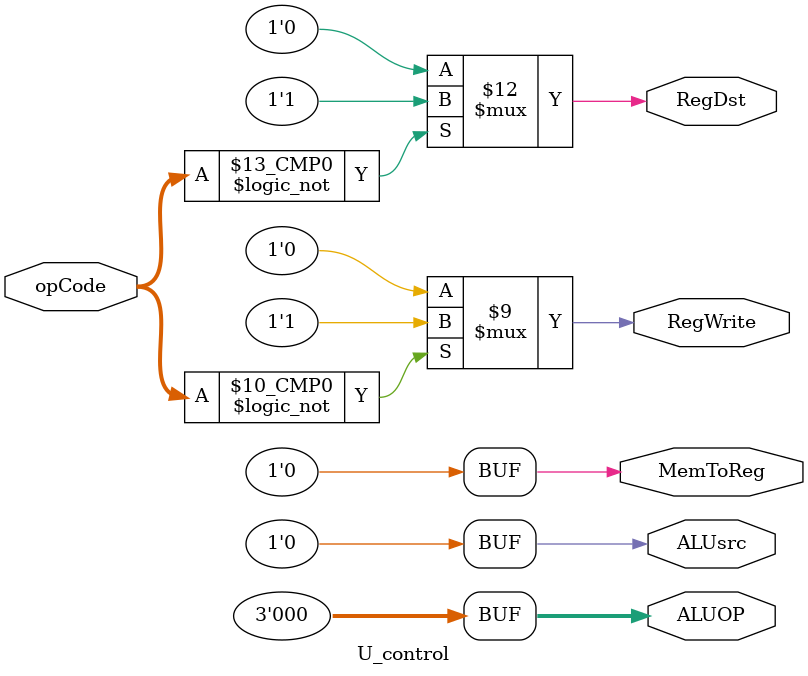
<source format=v>
`timescale 1ps/1ps

module U_control (
    input wire [5:0] opCode,     // Entrada: opcode de 6 bits
    output reg RegDst,           // Salida: Mux 3 <--
    //output reg Branch,           // Salida: Branch
    //output reg MemRead,          // Salida: Memoria datos leer
    output reg MemToReg,         // Salida: Mux 1 <--
    output reg [2:0] ALUOP,      // Salida: operacion de la ALu (3 bits) <--
    //output reg MemWrite,         // Salida: Memoria datos escribir
    output reg ALUsrc,           // Salida: Mux 4 <--
    output reg RegWrite          // Salida: Banco de registros <--
);

    parameter R_TYPE = 6'b000000; // Tipo R

    always @(*) begin
        RegDst = 0;
        //Branch = 0;
        //MemRead = 0;
        MemToReg = 0;
        ALUOP = 3'b000;
        //MemWrite = 0;
        ALUsrc = 0;
        RegWrite = 0;

        case (opCode)
            R_TYPE: begin
                RegDst = 1;
                RegWrite = 1;
                MemToReg = 0;
                ALUsrc = 0;
                ALUOP = 3'b000;
            end
        endcase
    end
endmodule


</source>
